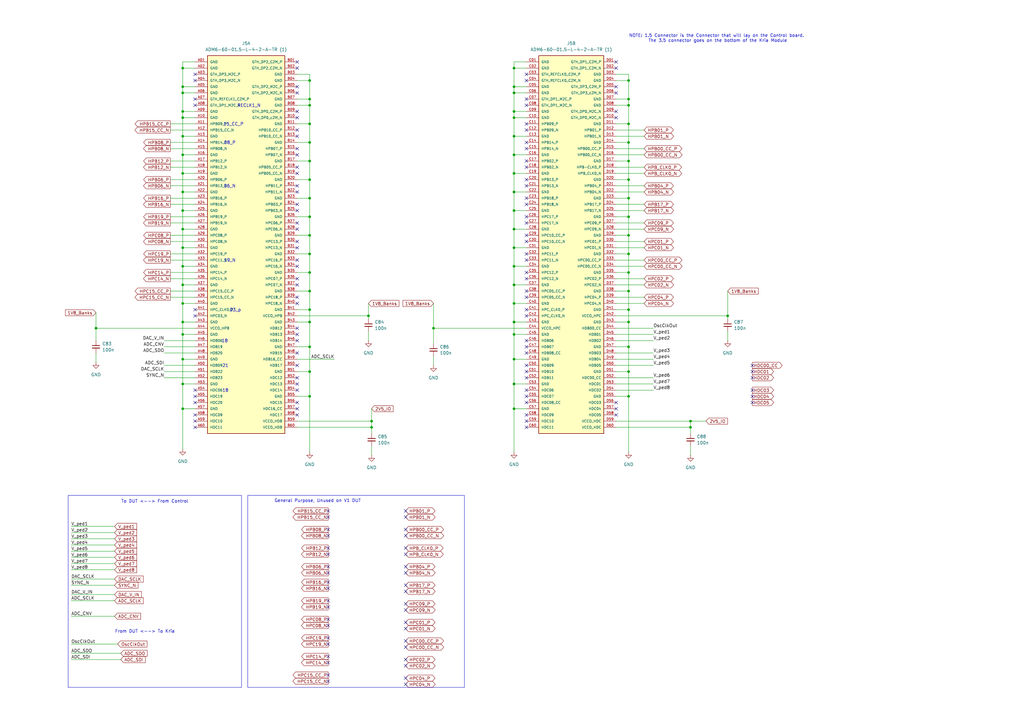
<source format=kicad_sch>
(kicad_sch (version 20231120) (generator "eeschema") (generator_version "8.0")
  (paper "A3")
  (junction (at 210.82 78.74))
  (junction (at 210.82 86.36))
  (junction (at 74.93 109.22))
  (junction (at 74.93 27.94))
  (junction (at 177.8 134.62))
  (junction (at 74.93 93.98))
  (junction (at 257.81 104.14))
  (junction (at 74.93 132.08))
  (junction (at 152.4 175.26))
  (junction (at 210.82 55.88))
  (junction (at 74.93 124.46))
  (junction (at 39.37 134.62))
  (junction (at 210.82 124.46))
  (junction (at 74.93 48.26))
  (junction (at 210.82 167.64))
  (junction (at 257.81 127))
  (junction (at 127 58.42))
  (junction (at 257.81 119.38))
  (junction (at 210.82 137.16))
  (junction (at 127 111.76))
  (junction (at 127 81.28))
  (junction (at 127 127))
  (junction (at 74.93 137.16))
  (junction (at 74.93 167.64))
  (junction (at 210.82 71.12))
  (junction (at 257.81 152.4))
  (junction (at 210.82 109.22))
  (junction (at 210.82 93.98))
  (junction (at 257.81 40.64))
  (junction (at 257.81 58.42))
  (junction (at 210.82 157.48))
  (junction (at 210.82 63.5))
  (junction (at 151.13 129.54))
  (junction (at 257.81 43.18))
  (junction (at 127 152.4))
  (junction (at 74.93 86.36))
  (junction (at 74.93 147.32))
  (junction (at 210.82 35.56))
  (junction (at 257.81 96.52))
  (junction (at 127 43.18))
  (junction (at 127 132.08))
  (junction (at 257.81 81.28))
  (junction (at 257.81 33.02))
  (junction (at 74.93 38.1))
  (junction (at 127 66.04))
  (junction (at 127 162.56))
  (junction (at 127 104.14))
  (junction (at 210.82 147.32))
  (junction (at 127 119.38))
  (junction (at 283.21 175.26))
  (junction (at 74.93 63.5))
  (junction (at 74.93 35.56))
  (junction (at 257.81 50.8))
  (junction (at 74.93 78.74))
  (junction (at 210.82 27.94))
  (junction (at 210.82 116.84))
  (junction (at 127 96.52))
  (junction (at 283.21 172.72))
  (junction (at 152.4 172.72))
  (junction (at 257.81 162.56))
  (junction (at 127 88.9))
  (junction (at 74.93 101.6))
  (junction (at 257.81 66.04))
  (junction (at 127 142.24))
  (junction (at 74.93 157.48))
  (junction (at 257.81 142.24))
  (junction (at 257.81 73.66))
  (junction (at 74.93 71.12))
  (junction (at 210.82 48.26))
  (junction (at 127 33.02))
  (junction (at 74.93 45.72))
  (junction (at 257.81 132.08))
  (junction (at 298.45 129.54))
  (junction (at 127 73.66))
  (junction (at 127 40.64))
  (junction (at 257.81 111.76))
  (junction (at 74.93 55.88))
  (junction (at 210.82 38.1))
  (junction (at 210.82 45.72))
  (junction (at 127 50.8))
  (junction (at 210.82 132.08))
  (junction (at 257.81 88.9))
  (junction (at 210.82 101.6))
  (junction (at 74.93 116.84))
  (no_connect (at 215.9 127))
  (no_connect (at 121.92 137.16))
  (no_connect (at 252.73 170.18))
  (no_connect (at 252.73 45.72))
  (no_connect (at 166.37 273.05))
  (no_connect (at 252.73 167.64))
  (no_connect (at 308.61 162.56))
  (no_connect (at 215.9 60.96))
  (no_connect (at 80.01 33.02))
  (no_connect (at 121.92 27.94))
  (no_connect (at 80.01 172.72))
  (no_connect (at 215.9 152.4))
  (no_connect (at 215.9 106.68))
  (no_connect (at 134.62 254))
  (no_connect (at 166.37 219.71))
  (no_connect (at 121.92 101.6))
  (no_connect (at 215.9 160.02))
  (no_connect (at 215.9 149.86))
  (no_connect (at 134.62 269.24))
  (no_connect (at 80.01 127))
  (no_connect (at 134.62 271.78))
  (no_connect (at 121.92 106.68))
  (no_connect (at 215.9 43.18))
  (no_connect (at 80.01 43.18))
  (no_connect (at 215.9 170.18))
  (no_connect (at 121.92 38.1))
  (no_connect (at 121.92 160.02))
  (no_connect (at 121.92 83.82))
  (no_connect (at 252.73 48.26))
  (no_connect (at 166.37 234.95))
  (no_connect (at 121.92 91.44))
  (no_connect (at 308.61 154.94))
  (no_connect (at 252.73 38.1))
  (no_connect (at 308.61 160.02))
  (no_connect (at 134.62 209.55))
  (no_connect (at 121.92 109.22))
  (no_connect (at 166.37 232.41))
  (no_connect (at 80.01 162.56))
  (no_connect (at 215.9 129.54))
  (no_connect (at 121.92 35.56))
  (no_connect (at 121.92 55.88))
  (no_connect (at 121.92 121.92))
  (no_connect (at 121.92 71.12))
  (no_connect (at 215.9 175.26))
  (no_connect (at 121.92 116.84))
  (no_connect (at 215.9 88.9))
  (no_connect (at 252.73 165.1))
  (no_connect (at 121.92 144.78))
  (no_connect (at 166.37 240.03))
  (no_connect (at 166.37 270.51))
  (no_connect (at 166.37 224.79))
  (no_connect (at 134.62 227.33))
  (no_connect (at 121.92 68.58))
  (no_connect (at 215.9 111.76))
  (no_connect (at 121.92 93.98))
  (no_connect (at 215.9 119.38))
  (no_connect (at 166.37 262.89))
  (no_connect (at 215.9 66.04))
  (no_connect (at 308.61 165.1))
  (no_connect (at 215.9 114.3))
  (no_connect (at 121.92 60.96))
  (no_connect (at 121.92 167.64))
  (no_connect (at 121.92 99.06))
  (no_connect (at 166.37 227.33))
  (no_connect (at 134.62 264.16))
  (no_connect (at 215.9 121.92))
  (no_connect (at 134.62 246.38))
  (no_connect (at 134.62 224.79))
  (no_connect (at 166.37 257.81))
  (no_connect (at 134.62 217.17))
  (no_connect (at 215.9 73.66))
  (no_connect (at 215.9 83.82))
  (no_connect (at 121.92 165.1))
  (no_connect (at 166.37 278.13))
  (no_connect (at 134.62 232.41))
  (no_connect (at 166.37 250.19))
  (no_connect (at 121.92 86.36))
  (no_connect (at 121.92 48.26))
  (no_connect (at 215.9 40.64))
  (no_connect (at 215.9 33.02))
  (no_connect (at 121.92 25.4))
  (no_connect (at 134.62 276.86))
  (no_connect (at 252.73 35.56))
  (no_connect (at 166.37 217.17))
  (no_connect (at 215.9 68.58))
  (no_connect (at 215.9 172.72))
  (no_connect (at 134.62 279.4))
  (no_connect (at 308.61 152.4))
  (no_connect (at 215.9 154.94))
  (no_connect (at 121.92 114.3))
  (no_connect (at 166.37 212.09))
  (no_connect (at 134.62 241.3))
  (no_connect (at 121.92 170.18))
  (no_connect (at 215.9 76.2))
  (no_connect (at 121.92 63.5))
  (no_connect (at 215.9 81.28))
  (no_connect (at 166.37 247.65))
  (no_connect (at 121.92 45.72))
  (no_connect (at 134.62 238.76))
  (no_connect (at 121.92 139.7))
  (no_connect (at 134.62 248.92))
  (no_connect (at 215.9 165.1))
  (no_connect (at 80.01 129.54))
  (no_connect (at 252.73 27.94))
  (no_connect (at 215.9 99.06))
  (no_connect (at 215.9 162.56))
  (no_connect (at 215.9 104.14))
  (no_connect (at 134.62 219.71))
  (no_connect (at 134.62 261.62))
  (no_connect (at 215.9 144.78))
  (no_connect (at 121.92 134.62))
  (no_connect (at 215.9 58.42))
  (no_connect (at 166.37 265.43))
  (no_connect (at 215.9 50.8))
  (no_connect (at 121.92 154.94))
  (no_connect (at 166.37 255.27))
  (no_connect (at 252.73 25.4))
  (no_connect (at 134.62 212.09))
  (no_connect (at 215.9 96.52))
  (no_connect (at 80.01 30.48))
  (no_connect (at 166.37 242.57))
  (no_connect (at 121.92 76.2))
  (no_connect (at 121.92 157.48))
  (no_connect (at 166.37 209.55))
  (no_connect (at 134.62 234.95))
  (no_connect (at 121.92 78.74))
  (no_connect (at 215.9 53.34))
  (no_connect (at 134.62 256.54))
  (no_connect (at 121.92 149.86))
  (no_connect (at 215.9 139.7))
  (no_connect (at 121.92 53.34))
  (no_connect (at 80.01 175.26))
  (no_connect (at 215.9 91.44))
  (no_connect (at 80.01 40.64))
  (no_connect (at 308.61 149.86))
  (no_connect (at 80.01 170.18))
  (no_connect (at 166.37 280.67))
  (no_connect (at 80.01 160.02))
  (no_connect (at 215.9 142.24))
  (no_connect (at 121.92 124.46))
  (no_connect (at 80.01 165.1))
  (no_connect (at 215.9 30.48))
  (wire (pts (xy 29.21 220.98) (xy 46.99 220.98)))
  (wire (pts (xy 74.93 78.74) (xy 74.93 86.36)))
  (wire (pts (xy 127 127) (xy 121.92 127)))
  (wire (pts (xy 252.73 160.02) (xy 267.97 160.02)))
  (wire (pts (xy 210.82 78.74) (xy 210.82 86.36)))
  (wire (pts (xy 39.37 144.78) (xy 39.37 148.59)))
  (wire (pts (xy 210.82 45.72) (xy 210.82 48.26)))
  (wire (pts (xy 210.82 71.12) (xy 215.9 71.12)))
  (wire (pts (xy 127 50.8) (xy 121.92 50.8)))
  (wire (pts (xy 210.82 137.16) (xy 210.82 147.32)))
  (wire (pts (xy 210.82 132.08) (xy 215.9 132.08)))
  (wire (pts (xy 127 132.08) (xy 127 142.24)))
  (wire (pts (xy 121.92 172.72) (xy 152.4 172.72)))
  (wire (pts (xy 127 50.8) (xy 127 58.42)))
  (wire (pts (xy 74.93 157.48) (xy 74.93 167.64)))
  (wire (pts (xy 127 142.24) (xy 127 152.4)))
  (wire (pts (xy 257.81 30.48) (xy 257.81 33.02)))
  (wire (pts (xy 121.92 175.26) (xy 152.4 175.26)))
  (wire (pts (xy 252.73 172.72) (xy 283.21 172.72)))
  (wire (pts (xy 29.21 240.03) (xy 46.99 240.03)))
  (wire (pts (xy 177.8 146.05) (xy 177.8 149.86)))
  (wire (pts (xy 252.73 116.84) (xy 264.16 116.84)))
  (wire (pts (xy 210.82 124.46) (xy 215.9 124.46)))
  (wire (pts (xy 252.73 53.34) (xy 264.16 53.34)))
  (wire (pts (xy 69.85 114.3) (xy 80.01 114.3)))
  (wire (pts (xy 257.81 111.76) (xy 252.73 111.76)))
  (wire (pts (xy 210.82 147.32) (xy 215.9 147.32)))
  (wire (pts (xy 283.21 182.88) (xy 283.21 186.69)))
  (wire (pts (xy 74.93 38.1) (xy 80.01 38.1)))
  (wire (pts (xy 74.93 86.36) (xy 74.93 93.98)))
  (wire (pts (xy 127 104.14) (xy 127 111.76)))
  (wire (pts (xy 210.82 38.1) (xy 210.82 45.72)))
  (wire (pts (xy 252.73 78.74) (xy 264.16 78.74)))
  (wire (pts (xy 74.93 93.98) (xy 74.93 101.6)))
  (wire (pts (xy 127 40.64) (xy 127 43.18)))
  (wire (pts (xy 74.93 35.56) (xy 80.01 35.56)))
  (wire (pts (xy 67.31 144.78) (xy 80.01 144.78)))
  (wire (pts (xy 29.21 252.73) (xy 46.99 252.73)))
  (wire (pts (xy 252.73 76.2) (xy 264.16 76.2)))
  (wire (pts (xy 127 43.18) (xy 127 50.8)))
  (wire (pts (xy 69.85 53.34) (xy 80.01 53.34)))
  (wire (pts (xy 67.31 142.24) (xy 80.01 142.24)))
  (wire (pts (xy 257.81 81.28) (xy 257.81 88.9)))
  (wire (pts (xy 257.81 152.4) (xy 257.81 162.56)))
  (wire (pts (xy 257.81 88.9) (xy 252.73 88.9)))
  (wire (pts (xy 39.37 134.62) (xy 39.37 139.7)))
  (wire (pts (xy 74.93 45.72) (xy 80.01 45.72)))
  (wire (pts (xy 210.82 35.56) (xy 210.82 38.1)))
  (wire (pts (xy 74.93 48.26) (xy 74.93 55.88)))
  (wire (pts (xy 210.82 116.84) (xy 210.82 124.46)))
  (wire (pts (xy 127 152.4) (xy 127 162.56)))
  (wire (pts (xy 74.93 55.88) (xy 74.93 63.5)))
  (wire (pts (xy 257.81 33.02) (xy 252.73 33.02)))
  (wire (pts (xy 127 132.08) (xy 121.92 132.08)))
  (wire (pts (xy 29.21 218.44) (xy 46.99 218.44)))
  (wire (pts (xy 210.82 157.48) (xy 215.9 157.48)))
  (wire (pts (xy 29.21 226.06) (xy 46.99 226.06)))
  (wire (pts (xy 29.21 237.49) (xy 46.99 237.49)))
  (wire (pts (xy 29.21 270.51) (xy 49.53 270.51)))
  (wire (pts (xy 69.85 68.58) (xy 80.01 68.58)))
  (wire (pts (xy 252.73 101.6) (xy 264.16 101.6)))
  (wire (pts (xy 210.82 93.98) (xy 215.9 93.98)))
  (wire (pts (xy 252.73 55.88) (xy 264.16 55.88)))
  (wire (pts (xy 210.82 27.94) (xy 210.82 35.56)))
  (wire (pts (xy 69.85 106.68) (xy 80.01 106.68)))
  (wire (pts (xy 152.4 182.88) (xy 152.4 186.69)))
  (wire (pts (xy 252.73 154.94) (xy 267.97 154.94)))
  (wire (pts (xy 67.31 149.86) (xy 80.01 149.86)))
  (wire (pts (xy 257.81 73.66) (xy 252.73 73.66)))
  (wire (pts (xy 69.85 58.42) (xy 80.01 58.42)))
  (wire (pts (xy 127 81.28) (xy 121.92 81.28)))
  (wire (pts (xy 289.56 172.72) (xy 283.21 172.72)))
  (wire (pts (xy 74.93 116.84) (xy 74.93 124.46)))
  (wire (pts (xy 151.13 135.89) (xy 151.13 139.7)))
  (wire (pts (xy 127 162.56) (xy 127 185.42)))
  (wire (pts (xy 210.82 109.22) (xy 210.82 116.84)))
  (wire (pts (xy 257.81 152.4) (xy 252.73 152.4)))
  (wire (pts (xy 252.73 71.12) (xy 264.16 71.12)))
  (wire (pts (xy 29.21 228.6) (xy 46.99 228.6)))
  (wire (pts (xy 252.73 149.86) (xy 267.97 149.86)))
  (wire (pts (xy 151.13 124.46) (xy 151.13 129.54)))
  (wire (pts (xy 210.82 157.48) (xy 210.82 167.64)))
  (wire (pts (xy 210.82 27.94) (xy 215.9 27.94)))
  (wire (pts (xy 257.81 111.76) (xy 257.81 119.38)))
  (wire (pts (xy 210.82 101.6) (xy 210.82 109.22)))
  (wire (pts (xy 257.81 104.14) (xy 257.81 111.76)))
  (wire (pts (xy 74.93 71.12) (xy 74.93 78.74)))
  (wire (pts (xy 252.73 91.44) (xy 264.16 91.44)))
  (wire (pts (xy 74.93 124.46) (xy 74.93 132.08)))
  (wire (pts (xy 127 88.9) (xy 121.92 88.9)))
  (wire (pts (xy 257.81 66.04) (xy 257.81 73.66)))
  (wire (pts (xy 74.93 78.74) (xy 80.01 78.74)))
  (wire (pts (xy 210.82 35.56) (xy 215.9 35.56)))
  (wire (pts (xy 252.73 86.36) (xy 264.16 86.36)))
  (wire (pts (xy 298.45 129.54) (xy 298.45 130.81)))
  (wire (pts (xy 69.85 96.52) (xy 80.01 96.52)))
  (wire (pts (xy 69.85 83.82) (xy 80.01 83.82)))
  (wire (pts (xy 67.31 152.4) (xy 80.01 152.4)))
  (wire (pts (xy 298.45 135.89) (xy 298.45 139.7)))
  (wire (pts (xy 127 96.52) (xy 121.92 96.52)))
  (wire (pts (xy 69.85 73.66) (xy 80.01 73.66)))
  (wire (pts (xy 177.8 134.62) (xy 215.9 134.62)))
  (wire (pts (xy 257.81 81.28) (xy 252.73 81.28)))
  (wire (pts (xy 252.73 63.5) (xy 264.16 63.5)))
  (wire (pts (xy 74.93 137.16) (xy 80.01 137.16)))
  (wire (pts (xy 121.92 147.32) (xy 137.16 147.32)))
  (wire (pts (xy 210.82 101.6) (xy 215.9 101.6)))
  (wire (pts (xy 127 33.02) (xy 127 40.64)))
  (wire (pts (xy 283.21 175.26) (xy 283.21 172.72)))
  (wire (pts (xy 74.93 55.88) (xy 80.01 55.88)))
  (wire (pts (xy 127 142.24) (xy 121.92 142.24)))
  (wire (pts (xy 127 66.04) (xy 121.92 66.04)))
  (wire (pts (xy 177.8 124.46) (xy 177.8 134.62)))
  (wire (pts (xy 127 58.42) (xy 121.92 58.42)))
  (wire (pts (xy 152.4 175.26) (xy 152.4 177.8)))
  (wire (pts (xy 127 162.56) (xy 121.92 162.56)))
  (wire (pts (xy 257.81 30.48) (xy 252.73 30.48)))
  (wire (pts (xy 74.93 167.64) (xy 74.93 184.15)))
  (wire (pts (xy 121.92 129.54) (xy 151.13 129.54)))
  (wire (pts (xy 210.82 137.16) (xy 215.9 137.16)))
  (wire (pts (xy 74.93 93.98) (xy 80.01 93.98)))
  (wire (pts (xy 177.8 134.62) (xy 177.8 140.97)))
  (wire (pts (xy 210.82 38.1) (xy 215.9 38.1)))
  (wire (pts (xy 29.21 223.52) (xy 46.99 223.52)))
  (wire (pts (xy 257.81 142.24) (xy 257.81 152.4)))
  (wire (pts (xy 257.81 73.66) (xy 257.81 81.28)))
  (wire (pts (xy 127 33.02) (xy 121.92 33.02)))
  (wire (pts (xy 210.82 86.36) (xy 210.82 93.98)))
  (wire (pts (xy 257.81 88.9) (xy 257.81 96.52)))
  (wire (pts (xy 127 88.9) (xy 127 96.52)))
  (wire (pts (xy 127 30.48) (xy 121.92 30.48)))
  (wire (pts (xy 127 40.64) (xy 121.92 40.64)))
  (wire (pts (xy 29.21 264.16) (xy 48.26 264.16)))
  (wire (pts (xy 127 119.38) (xy 127 127)))
  (wire (pts (xy 210.82 86.36) (xy 215.9 86.36)))
  (wire (pts (xy 69.85 104.14) (xy 80.01 104.14)))
  (wire (pts (xy 29.21 215.9) (xy 46.99 215.9)))
  (wire (pts (xy 127 152.4) (xy 121.92 152.4)))
  (wire (pts (xy 257.81 96.52) (xy 252.73 96.52)))
  (wire (pts (xy 69.85 66.04) (xy 80.01 66.04)))
  (wire (pts (xy 69.85 111.76) (xy 80.01 111.76)))
  (wire (pts (xy 127 119.38) (xy 121.92 119.38)))
  (wire (pts (xy 257.81 40.64) (xy 257.81 43.18)))
  (wire (pts (xy 210.82 109.22) (xy 215.9 109.22)))
  (wire (pts (xy 127 111.76) (xy 127 119.38)))
  (wire (pts (xy 252.73 175.26) (xy 283.21 175.26)))
  (wire (pts (xy 69.85 76.2) (xy 80.01 76.2)))
  (wire (pts (xy 252.73 129.54) (xy 298.45 129.54)))
  (wire (pts (xy 74.93 137.16) (xy 74.93 147.32)))
  (wire (pts (xy 252.73 99.06) (xy 264.16 99.06)))
  (wire (pts (xy 210.82 63.5) (xy 215.9 63.5)))
  (wire (pts (xy 210.82 124.46) (xy 210.82 132.08)))
  (wire (pts (xy 127 73.66) (xy 121.92 73.66)))
  (wire (pts (xy 127 66.04) (xy 127 73.66)))
  (wire (pts (xy 74.93 124.46) (xy 80.01 124.46)))
  (wire (pts (xy 127 111.76) (xy 121.92 111.76)))
  (wire (pts (xy 74.93 132.08) (xy 74.93 137.16)))
  (wire (pts (xy 257.81 162.56) (xy 257.81 185.42)))
  (wire (pts (xy 69.85 121.92) (xy 80.01 121.92)))
  (wire (pts (xy 252.73 114.3) (xy 264.16 114.3)))
  (wire (pts (xy 127 127) (xy 127 132.08)))
  (wire (pts (xy 252.73 68.58) (xy 264.16 68.58)))
  (wire (pts (xy 29.21 246.38) (xy 46.99 246.38)))
  (wire (pts (xy 74.93 38.1) (xy 74.93 45.72)))
  (wire (pts (xy 127 104.14) (xy 121.92 104.14)))
  (wire (pts (xy 257.81 58.42) (xy 252.73 58.42)))
  (wire (pts (xy 257.81 132.08) (xy 257.81 142.24)))
  (wire (pts (xy 252.73 147.32) (xy 267.97 147.32)))
  (wire (pts (xy 74.93 45.72) (xy 74.93 48.26)))
  (wire (pts (xy 283.21 175.26) (xy 283.21 177.8)))
  (wire (pts (xy 39.37 128.27) (xy 39.37 134.62)))
  (wire (pts (xy 210.82 48.26) (xy 210.82 55.88)))
  (wire (pts (xy 210.82 25.4) (xy 210.82 27.94)))
  (wire (pts (xy 151.13 129.54) (xy 151.13 130.81)))
  (wire (pts (xy 29.21 267.97) (xy 49.53 267.97)))
  (wire (pts (xy 67.31 154.94) (xy 80.01 154.94)))
  (wire (pts (xy 257.81 132.08) (xy 252.73 132.08)))
  (wire (pts (xy 252.73 60.96) (xy 264.16 60.96)))
  (wire (pts (xy 252.73 109.22) (xy 264.16 109.22)))
  (wire (pts (xy 252.73 144.78) (xy 267.97 144.78)))
  (wire (pts (xy 127 73.66) (xy 127 81.28)))
  (wire (pts (xy 74.93 27.94) (xy 74.93 35.56)))
  (wire (pts (xy 210.82 167.64) (xy 210.82 185.42)))
  (wire (pts (xy 252.73 157.48) (xy 267.97 157.48)))
  (wire (pts (xy 252.73 137.16) (xy 267.97 137.16)))
  (wire (pts (xy 257.81 40.64) (xy 252.73 40.64)))
  (wire (pts (xy 210.82 25.4) (xy 215.9 25.4)))
  (wire (pts (xy 257.81 50.8) (xy 257.81 58.42)))
  (wire (pts (xy 210.82 71.12) (xy 210.82 78.74)))
  (wire (pts (xy 74.93 25.4) (xy 74.93 27.94)))
  (wire (pts (xy 252.73 83.82) (xy 264.16 83.82)))
  (wire (pts (xy 252.73 134.62) (xy 267.97 134.62)))
  (wire (pts (xy 74.93 63.5) (xy 74.93 71.12)))
  (wire (pts (xy 152.4 175.26) (xy 152.4 172.72)))
  (wire (pts (xy 69.85 99.06) (xy 80.01 99.06)))
  (wire (pts (xy 210.82 55.88) (xy 215.9 55.88)))
  (wire (pts (xy 210.82 116.84) (xy 215.9 116.84)))
  (wire (pts (xy 210.82 45.72) (xy 215.9 45.72)))
  (wire (pts (xy 74.93 167.64) (xy 80.01 167.64)))
  (wire (pts (xy 69.85 81.28) (xy 80.01 81.28)))
  (wire (pts (xy 127 81.28) (xy 127 88.9)))
  (wire (pts (xy 252.73 106.68) (xy 264.16 106.68)))
  (wire (pts (xy 67.31 139.7) (xy 80.01 139.7)))
  (wire (pts (xy 69.85 60.96) (xy 80.01 60.96)))
  (wire (pts (xy 252.73 93.98) (xy 264.16 93.98)))
  (wire (pts (xy 252.73 121.92) (xy 264.16 121.92)))
  (wire (pts (xy 210.82 55.88) (xy 210.82 63.5)))
  (wire (pts (xy 257.81 58.42) (xy 257.81 66.04)))
  (wire (pts (xy 298.45 119.38) (xy 298.45 129.54)))
  (wire (pts (xy 257.81 43.18) (xy 252.73 43.18)))
  (wire (pts (xy 210.82 167.64) (xy 215.9 167.64)))
  (wire (pts (xy 257.81 119.38) (xy 252.73 119.38)))
  (wire (pts (xy 74.93 86.36) (xy 80.01 86.36)))
  (wire (pts (xy 74.93 109.22) (xy 74.93 116.84)))
  (wire (pts (xy 69.85 91.44) (xy 80.01 91.44)))
  (wire (pts (xy 74.93 27.94) (xy 80.01 27.94)))
  (wire (pts (xy 257.81 162.56) (xy 252.73 162.56)))
  (wire (pts (xy 257.81 127) (xy 257.81 132.08)))
  (wire (pts (xy 69.85 50.8) (xy 80.01 50.8)))
  (wire (pts (xy 210.82 147.32) (xy 210.82 157.48)))
  (wire (pts (xy 74.93 132.08) (xy 80.01 132.08)))
  (wire (pts (xy 127 58.42) (xy 127 66.04)))
  (wire (pts (xy 74.93 157.48) (xy 80.01 157.48)))
  (wire (pts (xy 74.93 101.6) (xy 80.01 101.6)))
  (wire (pts (xy 252.73 124.46) (xy 264.16 124.46)))
  (wire (pts (xy 152.4 167.64) (xy 152.4 172.72)))
  (wire (pts (xy 257.81 96.52) (xy 257.81 104.14)))
  (wire (pts (xy 257.81 119.38) (xy 257.81 127)))
  (wire (pts (xy 74.93 147.32) (xy 74.93 157.48)))
  (wire (pts (xy 127 96.52) (xy 127 104.14)))
  (wire (pts (xy 74.93 109.22) (xy 80.01 109.22)))
  (wire (pts (xy 257.81 66.04) (xy 252.73 66.04)))
  (wire (pts (xy 29.21 231.14) (xy 46.99 231.14)))
  (wire (pts (xy 257.81 104.14) (xy 252.73 104.14)))
  (wire (pts (xy 257.81 142.24) (xy 252.73 142.24)))
  (wire (pts (xy 257.81 127) (xy 252.73 127)))
  (wire (pts (xy 257.81 50.8) (xy 252.73 50.8)))
  (wire (pts (xy 210.82 132.08) (xy 210.82 137.16)))
  (wire (pts (xy 74.93 101.6) (xy 74.93 109.22)))
  (wire (pts (xy 69.85 88.9) (xy 80.01 88.9)))
  (wire (pts (xy 210.82 78.74) (xy 215.9 78.74)))
  (wire (pts (xy 257.81 43.18) (xy 257.81 50.8)))
  (wire (pts (xy 252.73 139.7) (xy 267.97 139.7)))
  (wire (pts (xy 74.93 25.4) (xy 80.01 25.4)))
  (wire (pts (xy 29.21 243.84) (xy 46.99 243.84)))
  (wire (pts (xy 29.21 233.68) (xy 46.99 233.68)))
  (wire (pts (xy 210.82 93.98) (xy 210.82 101.6)))
  (wire (pts (xy 74.93 48.26) (xy 80.01 48.26)))
  (wire (pts (xy 127 43.18) (xy 121.92 43.18)))
  (wire (pts (xy 74.93 35.56) (xy 74.93 38.1)))
  (wire (pts (xy 210.82 63.5) (xy 210.82 71.12)))
  (wire (pts (xy 74.93 63.5) (xy 80.01 63.5)))
  (wire (pts (xy 210.82 48.26) (xy 215.9 48.26)))
  (wire (pts (xy 257.81 33.02) (xy 257.81 40.64)))
  (wire (pts (xy 127 30.48) (xy 127 33.02)))
  (wire (pts (xy 69.85 119.38) (xy 80.01 119.38)))
  (wire (pts (xy 74.93 116.84) (xy 80.01 116.84)))
  (wire (pts (xy 74.93 71.12) (xy 80.01 71.12)))
  (wire (pts (xy 39.37 134.62) (xy 80.01 134.62)))
  (wire (pts (xy 74.93 147.32) (xy 80.01 147.32)))
  (rectangle (start 27.94 203.2) (end 99.06 281.94))
  (rectangle (start 101.6 203.2) (end 190.5 281.94))
  (text "21" (at 92.456 150.114 0) (effects (font (size 1.27 1.27))))
  (text "From DUT <--> To Kria" (at 59.436 259.08 0) (effects (font (size 1.27 1.27))))
  (text "06_N" (at 94.234 76.454 0) (effects (font (size 1.27 1.27))))
  (text "03_p\n" (at 96.52 127.254 0) (effects (font (size 1.27 1.27))))
  (text "General Purpose, Unused on V1 DUT" (at 130.302 205.486 0) (effects (font (size 1.27 1.27))))
  (text "08_P" (at 94.234 58.674 0) (effects (font (size 1.27 1.27))))
  (text "18" (at 92.202 139.954 0) (effects (font (size 1.27 1.27))))
  (text "NOTE: 1.5 Connector is the Connector that will lay on the Control board. \nThe 3.5 connector goes on the bottom of the Kria Module" (at 294.386 15.748 0) (effects (font (size 1.27 1.27))))
  (text "19_N" (at 94.234 106.934 0) (effects (font (size 1.27 1.27))))
  (text "15_CC_P\n" (at 95.758 51.054 0) (effects (font (size 1.27 1.27))))
  (text "18" (at 92.456 160.274 0) (effects (font (size 1.27 1.27))))
  (text "RECLK1_N" (at 102.108 43.434 0) (effects (font (size 1.27 1.27))))
  (text "To DUT <--> From Control" (at 63.5 205.74 0) (effects (font (size 1.27 1.27))))
  (label "V_ped5" (at 29.21 226.06 0))
  (label "V_ped6" (at 29.21 228.6 0))
  (label "V_ped7" (at 267.97 157.48 0))
  (label "V_ped2" (at 267.97 139.7 0))
  (label "OscClkOut" (at 29.21 264.16 0))
  (label "V_ped4" (at 29.21 223.52 0))
  (label "V_ped2" (at 29.21 218.44 0))
  (label "SYNC_N" (at 29.21 240.03 0))
  (label "DAC_V_IN" (at 29.21 243.84 0))
  (label "V_ped1" (at 267.97 137.16 0))
  (label "ADC_CNV" (at 29.21 252.73 0))
  (label "V_ped8" (at 29.21 233.68 0))
  (label "OscClkOut" (at 267.97 134.62 0))
  (label "ADC_SDI" (at 67.31 149.86 180))
  (label "ADC_SCLK" (at 137.16 147.32 180))
  (label "V_ped5" (at 267.97 149.86 0))
  (label "V_ped1" (at 29.21 215.9 0))
  (label "V_ped8" (at 267.97 160.02 0))
  (label "ADC_CNV" (at 67.31 142.24 180))
  (label "V_ped4" (at 267.97 147.32 0))
  (label "SYNC_N" (at 67.31 154.94 180))
  (label "V_ped3" (at 267.97 144.78 0))
  (label "ADC_SDO" (at 67.31 144.78 180))
  (label "V_ped6" (at 267.97 154.94 0))
  (label "ADC_SDO" (at 29.21 267.97 0))
  (label "V_ped7" (at 29.21 231.14 0))
  (label "DAC_SCLK" (at 29.21 237.49 0))
  (label "ADC_SDI" (at 29.21 270.51 0))
  (label "DAC_SCLK" (at 67.31 152.4 180))
  (label "DAC_V_IN" (at 67.31 139.7 180))
  (label "V_ped3" (at 29.21 220.98 0))
  (label "ADC_SCLK" (at 29.21 246.38 0))
  (global_label "HPC04_P" (shape bidirectional) (at 264.16 121.92 0) (property "Intersheetrefs" "${INTERSHEET_REFS}" (effects (hide yes))))
  (global_label "HPB15_CC_P" (shape output) (at 69.85 50.8 180) (property "Intersheetrefs" "${INTERSHEET_REFS}" (effects (hide yes))))
  (global_label "HPC19_N" (shape output) (at 69.85 106.68 180) (property "Intersheetrefs" "${INTERSHEET_REFS}" (effects (hide yes))))
  (global_label "HPB15_CC_N" (shape output) (at 69.85 53.34 180) (property "Intersheetrefs" "${INTERSHEET_REFS}" (effects (hide yes))))
  (global_label "HPC02_N" (shape bidirectional) (at 166.37 273.05 0) (property "Intersheetrefs" "${INTERSHEET_REFS}" (effects (hide yes))))
  (global_label "HPB01_P" (shape bidirectional) (at 166.37 209.55 0) (property "Intersheetrefs" "${INTERSHEET_REFS}" (effects (hide yes))))
  (global_label "HPB_CLK0_P" (shape bidirectional) (at 166.37 224.79 0) (property "Intersheetrefs" "${INTERSHEET_REFS}" (effects (hide yes))))
  (global_label "HPC00_CC_P" (shape bidirectional) (at 166.37 262.89 0) (property "Intersheetrefs" "${INTERSHEET_REFS}" (effects (hide yes))))
  (global_label "HPC02_P" (shape bidirectional) (at 264.16 114.3 0) (property "Intersheetrefs" "${INTERSHEET_REFS}" (effects (hide yes))))
  (global_label "V_ped4" (shape input) (at 46.99 223.52 0) (property "Intersheetrefs" "${INTERSHEET_REFS}" (effects (hide yes))))
  (global_label "HPB_CLK0_P" (shape bidirectional) (at 264.16 68.58 0) (property "Intersheetrefs" "${INTERSHEET_REFS}" (effects (hide yes))))
  (global_label "SYNC_N" (shape input) (at 46.99 240.03 0) (property "Intersheetrefs" "${INTERSHEET_REFS}" (effects (hide yes))))
  (global_label "HPC09_N" (shape bidirectional) (at 166.37 250.19 0) (property "Intersheetrefs" "${INTERSHEET_REFS}" (effects (hide yes))))
  (global_label "1V8_Banks" (shape input) (at 298.45 119.38 0) (property "Intersheetrefs" "${INTERSHEET_REFS}" (effects (hide yes))))
  (global_label "1V8_Banks" (shape input) (at 39.37 128.27 180) (property "Intersheetrefs" "${INTERSHEET_REFS}" (effects (hide yes))))
  (global_label "HPC04_N" (shape bidirectional) (at 264.16 124.46 0) (property "Intersheetrefs" "${INTERSHEET_REFS}" (effects (hide yes))))
  (global_label "V_ped2" (shape input) (at 46.99 218.44 0) (property "Intersheetrefs" "${INTERSHEET_REFS}" (effects (hide yes))))
  (global_label "V_ped7" (shape input) (at 46.99 231.14 0) (property "Intersheetrefs" "${INTERSHEET_REFS}" (effects (hide yes))))
  (global_label "ADC_SCLK" (shape input) (at 46.99 246.38 0) (property "Intersheetrefs" "${INTERSHEET_REFS}" (effects (hide yes))))
  (global_label "HPB17_N" (shape bidirectional) (at 166.37 242.57 0) (property "Intersheetrefs" "${INTERSHEET_REFS}" (effects (hide yes))))
  (global_label "HPB08_P" (shape output) (at 134.62 217.17 180) (property "Intersheetrefs" "${INTERSHEET_REFS}" (effects (hide yes))))
  (global_label "ADC_CNV" (shape input) (at 46.99 252.73 0) (property "Intersheetrefs" "${INTERSHEET_REFS}" (effects (hide yes))))
  (global_label "HPB19_N" (shape output) (at 134.62 248.92 180) (property "Intersheetrefs" "${INTERSHEET_REFS}" (effects (hide yes))))
  (global_label "ADC_SDO" (shape input) (at 49.53 267.97 0) (property "Intersheetrefs" "${INTERSHEET_REFS}" (effects (hide yes))))
  (global_label "HPB_CLK0_N" (shape bidirectional) (at 264.16 71.12 0) (property "Intersheetrefs" "${INTERSHEET_REFS}" (effects (hide yes))))
  (global_label "HPB01_N" (shape bidirectional) (at 264.16 55.88 0) (property "Intersheetrefs" "${INTERSHEET_REFS}" (effects (hide yes))))
  (global_label "HPC00_CC_N" (shape bidirectional) (at 166.37 265.43 0) (property "Intersheetrefs" "${INTERSHEET_REFS}" (effects (hide yes))))
  (global_label "HPB19_P" (shape output) (at 69.85 88.9 180) (property "Intersheetrefs" "${INTERSHEET_REFS}" (effects (hide yes))))
  (global_label "2V5_IO" (shape input) (at 289.56 172.72 0) (property "Intersheetrefs" "${INTERSHEET_REFS}" (effects (hide yes))))
  (global_label "HPB16_P" (shape output) (at 134.62 238.76 180) (property "Intersheetrefs" "${INTERSHEET_REFS}" (effects (hide yes))))
  (global_label "HPC02_P" (shape bidirectional) (at 166.37 270.51 0) (property "Intersheetrefs" "${INTERSHEET_REFS}" (effects (hide yes))))
  (global_label "DAC_V_IN" (shape input) (at 46.99 243.84 0) (property "Intersheetrefs" "${INTERSHEET_REFS}" (effects (hide yes))))
  (global_label "HPB01_N" (shape bidirectional) (at 166.37 212.09 0) (property "Intersheetrefs" "${INTERSHEET_REFS}" (effects (hide yes))))
  (global_label "1V8_Banks" (shape input) (at 177.8 124.46 180) (property "Intersheetrefs" "${INTERSHEET_REFS}" (effects (hide yes))))
  (global_label "HPC01_N" (shape bidirectional) (at 264.16 101.6 0) (property "Intersheetrefs" "${INTERSHEET_REFS}" (effects (hide yes))))
  (global_label "HPB19_N" (shape output) (at 69.85 91.44 180) (property "Intersheetrefs" "${INTERSHEET_REFS}" (effects (hide yes))))
  (global_label "HDC02" (shape output) (at 308.61 154.94 0) (property "Intersheetrefs" "${INTERSHEET_REFS}" (effects (hide yes))))
  (global_label "HPB17_P" (shape bidirectional) (at 264.16 83.82 0) (property "Intersheetrefs" "${INTERSHEET_REFS}" (effects (hide yes))))
  (global_label "2V5_IO" (shape input) (at 152.4 167.64 0) (property "Intersheetrefs" "${INTERSHEET_REFS}" (effects (hide yes))))
  (global_label "V_ped8" (shape input) (at 46.99 233.68 0) (property "Intersheetrefs" "${INTERSHEET_REFS}" (effects (hide yes))))
  (global_label "V_ped5" (shape input) (at 46.99 226.06 0) (property "Intersheetrefs" "${INTERSHEET_REFS}" (effects (hide yes))))
  (global_label "HPB00_CC_P" (shape bidirectional) (at 264.16 60.96 0) (property "Intersheetrefs" "${INTERSHEET_REFS}" (effects (hide yes))))
  (global_label "HPB15_CC_P" (shape output) (at 134.62 209.55 180) (property "Intersheetrefs" "${INTERSHEET_REFS}" (effects (hide yes))))
  (global_label "HPB06_P" (shape output) (at 69.85 73.66 180) (property "Intersheetrefs" "${INTERSHEET_REFS}" (effects (hide yes))))
  (global_label "HPC19_P" (shape output) (at 134.62 261.62 180) (property "Intersheetrefs" "${INTERSHEET_REFS}" (effects (hide yes))))
  (global_label "HPB12_P" (shape output) (at 134.62 224.79 180) (property "Intersheetrefs" "${INTERSHEET_REFS}" (effects (hide yes))))
  (global_label "HPB04_P" (shape bidirectional) (at 166.37 232.41 0) (property "Intersheetrefs" "${INTERSHEET_REFS}" (effects (hide yes))))
  (global_label "HPB16_P" (shape output) (at 69.85 81.28 180) (property "Intersheetrefs" "${INTERSHEET_REFS}" (effects (hide yes))))
  (global_label "ADC_SDI" (shape input) (at 49.53 270.51 0) (property "Intersheetrefs" "${INTERSHEET_REFS}" (effects (hide yes))))
  (global_label "HPB04_N" (shape bidirectional) (at 166.37 234.95 0) (property "Intersheetrefs" "${INTERSHEET_REFS}" (effects (hide yes))))
  (global_label "HPC15_CC_P" (shape output) (at 134.62 276.86 180) (property "Intersheetrefs" "${INTERSHEET_REFS}" (effects (hide yes))))
  (global_label "HPB16_N" (shape output) (at 134.62 241.3 180) (property "Intersheetrefs" "${INTERSHEET_REFS}" (effects (hide yes))))
  (global_label "HPB01_P" (shape bidirectional) (at 264.16 53.34 0) (property "Intersheetrefs" "${INTERSHEET_REFS}" (effects (hide yes))))
  (global_label "HPB15_CC_N" (shape output) (at 134.62 212.09 180) (property "Intersheetrefs" "${INTERSHEET_REFS}" (effects (hide yes))))
  (global_label "HPB06_P" (shape output) (at 134.62 232.41 180) (property "Intersheetrefs" "${INTERSHEET_REFS}" (effects (hide yes))))
  (global_label "HPC15_CC_N" (shape output) (at 69.85 121.92 180) (property "Intersheetrefs" "${INTERSHEET_REFS}" (effects (hide yes))))
  (global_label "HPC09_P" (shape bidirectional) (at 264.16 91.44 0) (property "Intersheetrefs" "${INTERSHEET_REFS}" (effects (hide yes))))
  (global_label "HPB12_N" (shape output) (at 134.62 227.33 180) (property "Intersheetrefs" "${INTERSHEET_REFS}" (effects (hide yes))))
  (global_label "HPC00_CC_P" (shape bidirectional) (at 264.16 106.68 0) (property "Intersheetrefs" "${INTERSHEET_REFS}" (effects (hide yes))))
  (global_label "HPB_CLK0_N" (shape bidirectional) (at 166.37 227.33 0) (property "Intersheetrefs" "${INTERSHEET_REFS}" (effects (hide yes))))
  (global_label "HPC15_CC_N" (shape output) (at 134.62 279.4 180) (property "Intersheetrefs" "${INTERSHEET_REFS}" (effects (hide yes))))
  (global_label "HPB06_N" (shape output) (at 69.85 76.2 180) (property "Intersheetrefs" "${INTERSHEET_REFS}" (effects (hide yes))))
  (global_label "HPC08_P" (shape output) (at 69.85 96.52 180) (property "Intersheetrefs" "${INTERSHEET_REFS}" (effects (hide yes))))
  (global_label "HPC01_P" (shape bidirectional) (at 264.16 99.06 0) (property "Intersheetrefs" "${INTERSHEET_REFS}" (effects (hide yes))))
  (global_label "HDC04" (shape output) (at 308.61 162.56 0) (property "Intersheetrefs" "${INTERSHEET_REFS}" (effects (hide yes))))
  (global_label "HPC15_CC_P" (shape output) (at 69.85 119.38 180) (property "Intersheetrefs" "${INTERSHEET_REFS}" (effects (hide yes))))
  (global_label "HPB08_N" (shape output) (at 134.62 219.71 180) (property "Intersheetrefs" "${INTERSHEET_REFS}" (effects (hide yes))))
  (global_label "HPB06_N" (shape output) (at 134.62 234.95 180) (property "Intersheetrefs" "${INTERSHEET_REFS}" (effects (hide yes))))
  (global_label "V_ped3" (shape input) (at 46.99 220.98 0) (property "Intersheetrefs" "${INTERSHEET_REFS}" (effects (hide yes))))
  (global_label "HPC14_P" (shape output) (at 69.85 111.76 180) (property "Intersheetrefs" "${INTERSHEET_REFS}" (effects (hide yes))))
  (global_label "HDC05" (shape output) (at 308.61 165.1 0) (property "Intersheetrefs" "${INTERSHEET_REFS}" (effects (hide yes))))
  (global_label "HPB12_N" (shape output) (at 69.85 68.58 180) (property "Intersheetrefs" "${INTERSHEET_REFS}" (effects (hide yes))))
  (global_label "HPB04_N" (shape bidirectional) (at 264.16 78.74 0) (property "Intersheetrefs" "${INTERSHEET_REFS}" (effects (hide yes))))
  (global_label "V_ped1" (shape input) (at 46.99 215.9 0) (property "Intersheetrefs" "${INTERSHEET_REFS}" (effects (hide yes))))
  (global_label "HPB12_P" (shape output) (at 69.85 66.04 180) (property "Intersheetrefs" "${INTERSHEET_REFS}" (effects (hide yes))))
  (global_label "HPC09_N" (shape bidirectional) (at 264.16 93.98 0) (property "Intersheetrefs" "${INTERSHEET_REFS}" (effects (hide yes))))
  (global_label "HPC14_N" (shape output) (at 134.62 271.78 180) (property "Intersheetrefs" "${INTERSHEET_REFS}" (effects (hide yes))))
  (global_label "HPB00_CC_N" (shape bidirectional) (at 166.37 219.71 0) (property "Intersheetrefs" "${INTERSHEET_REFS}" (effects (hide yes))))
  (global_label "HDC01" (shape output) (at 308.61 152.4 0) (property "Intersheetrefs" "${INTERSHEET_REFS}" (effects (hide yes))))
  (global_label "HDC03" (shape output) (at 308.61 160.02 0) (property "Intersheetrefs" "${INTERSHEET_REFS}" (effects (hide yes))))
  (global_label "HPB00_CC_N" (shape bidirectional) (at 264.16 63.5 0) (property "Intersheetrefs" "${INTERSHEET_REFS}" (effects (hide yes))))
  (global_label "HPB08_P" (shape output) (at 69.85 58.42 180) (property "Intersheetrefs" "${INTERSHEET_REFS}" (effects (hide yes))))
  (global_label "HPB16_N" (shape output) (at 69.85 83.82 180) (property "Intersheetrefs" "${INTERSHEET_REFS}" (effects (hide yes))))
  (global_label "HPC14_N" (shape output) (at 69.85 114.3 180) (property "Intersheetrefs" "${INTERSHEET_REFS}" (effects (hide yes))))
  (global_label "HPB17_N" (shape bidirectional) (at 264.16 86.36 0) (property "Intersheetrefs" "${INTERSHEET_REFS}" (effects (hide yes))))
  (global_label "HPC04_N" (shape bidirectional) (at 166.37 280.67 0) (property "Intersheetrefs" "${INTERSHEET_REFS}" (effects (hide yes))))
  (global_label "DAC_SCLK" (shape input) (at 46.99 237.49 0) (property "Intersheetrefs" "${INTERSHEET_REFS}" (effects (hide yes))))
  (global_label "HPC08_P" (shape output) (at 134.62 254 180) (property "Intersheetrefs" "${INTERSHEET_REFS}" (effects (hide yes))))
  (global_label "HPC04_P" (shape bidirectional) (at 166.37 278.13 0) (property "Intersheetrefs" "${INTERSHEET_REFS}" (effects (hide yes))))
  (global_label "HPB17_P" (shape bidirectional) (at 166.37 240.03 0) (property "Intersheetrefs" "${INTERSHEET_REFS}" (effects (hide yes))))
  (global_label "HPB19_P" (shape output) (at 134.62 246.38 180) (property "Intersheetrefs" "${INTERSHEET_REFS}" (effects (hide yes))))
  (global_label "HPC00_CC_N" (shape bidirectional) (at 264.16 109.22 0) (property "Intersheetrefs" "${INTERSHEET_REFS}" (effects (hide yes))))
  (global_label "OscClkOut" (shape input) (at 48.26 264.16 0) (property "Intersheetrefs" "${INTERSHEET_REFS}" (effects (hide yes))))
  (global_label "HPC08_N" (shape output) (at 69.85 99.06 180) (property "Intersheetrefs" "${INTERSHEET_REFS}" (effects (hide yes))))
  (global_label "HPC19_P" (shape output) (at 69.85 104.14 180) (property "Intersheetrefs" "${INTERSHEET_REFS}" (effects (hide yes))))
  (global_label "HPC01_N" (shape bidirectional) (at 166.37 257.81 0) (property "Intersheetrefs" "${INTERSHEET_REFS}" (effects (hide yes))))
  (global_label "HPC08_N" (shape output) (at 134.62 256.54 180) (property "Intersheetrefs" "${INTERSHEET_REFS}" (effects (hide yes))))
  (global_label "HPC02_N" (shape bidirectional) (at 264.16 116.84 0) (property "Intersheetrefs" "${INTERSHEET_REFS}" (effects (hide yes))))
  (global_label "HDC00_CC" (shape output) (at 308.61 149.86 0) (property "Intersheetrefs" "${INTERSHEET_REFS}" (effects (hide yes))))
  (global_label "HPC19_N" (shape output) (at 134.62 264.16 180) (property "Intersheetrefs" "${INTERSHEET_REFS}" (effects (hide yes))))
  (global_label "HPC01_P" (shape bidirectional) (at 166.37 255.27 0) (property "Intersheetrefs" "${INTERSHEET_REFS}" (effects (hide yes))))
  (global_label "1V8_Banks" (shape input) (at 151.13 124.46 0) (property "Intersheetrefs" "${INTERSHEET_REFS}" (effects (hide yes))))
  (global_label "HPB04_P" (shape bidirectional) (at 264.16 76.2 0) (property "Intersheetrefs" "${INTERSHEET_REFS}" (effects (hide yes))))
  (global_label "HPB00_CC_P" (shape bidirectional) (at 166.37 217.17 0) (property "Intersheetrefs" "${INTERSHEET_REFS}" (effects (hide yes))))
  (global_label "HPC14_P" (shape output) (at 134.62 269.24 180) (property "Intersheetrefs" "${INTERSHEET_REFS}" (effects (hide yes))))
  (global_label "HPC09_P" (shape bidirectional) (at 166.37 247.65 0) (property "Intersheetrefs" "${INTERSHEET_REFS}" (effects (hide yes))))
  (global_label "V_ped6" (shape input) (at 46.99 228.6 0) (property "Intersheetrefs" "${INTERSHEET_REFS}" (effects (hide yes))))
  (global_label "HPB08_N" (shape output) (at 69.85 60.96 180) (property "Intersheetrefs" "${INTERSHEET_REFS}" (effects (hide yes))))
  (symbol (lib_id "power:GND") (at 74.93 184.15 0) (unit 1)
    (property "Reference" "#PWR075" (effects (hide yes)))
    (property "Value" "GND" (at 74.93 189.23 0))
    (property "Description" "Power symbol creates a global label with name \"GND\" , ground" (effects (hide yes)))
  )
  (symbol (lib_id "Device:C_Small") (at 39.37 142.24 0) (unit 1)
    (property "Reference" "C83" (at 41.91 140.9762 0) (effects (justify left)))
    (property "Value" "100n" (at 41.91 143.5162 0) (effects (justify left)))
    (property "Footprint" "Capacitor_SMD:C_0603_1608Metric" (effects (hide yes)))
    (property "Description" "Unpolarized capacitor, small symbol" (effects (hide yes)))
  )
  (symbol (lib_id "Device:C_Small") (at 177.8 143.51 0) (unit 1)
    (property "Reference" "C86" (at 180.34 142.2462 0) (effects (justify left)))
    (property "Value" "100n" (at 180.34 144.7862 0) (effects (justify left)))
    (property "Footprint" "Capacitor_SMD:C_0603_1608Metric" (effects (hide yes)))
    (property "Description" "Unpolarized capacitor, small symbol" (effects (hide yes)))
  )
  (symbol (lib_id "power:GND") (at 39.37 148.59 0) (unit 1)
    (property "Reference" "#PWR097" (effects (hide yes)))
    (property "Value" "GND" (at 39.37 153.67 0))
    (property "Description" "Power symbol creates a global label with name \"GND\" , ground" (effects (hide yes)))
  )
  (symbol (lib_id "Device:C_Small") (at 151.13 133.35 0) (unit 1)
    (property "Reference" "C84" (at 153.67 132.0862 0) (effects (justify left)))
    (property "Value" "100n" (at 153.67 134.6262 0) (effects (justify left)))
    (property "Footprint" "Capacitor_SMD:C_0603_1608Metric" (effects (hide yes)))
    (property "Description" "Unpolarized capacitor, small symbol" (effects (hide yes)))
  )
  (symbol (lib_id "power:GND") (at 127 185.42 0) (unit 1)
    (property "Reference" "#PWR079" (effects (hide yes)))
    (property "Value" "GND" (at 127 190.5 0))
    (property "Description" "Power symbol creates a global label with name \"GND\" , ground" (effects (hide yes)))
  )
  (symbol (lib_id "power:GND") (at 177.8 149.86 0) (unit 1)
    (property "Reference" "#PWR0107" (effects (hide yes)))
    (property "Value" "GND" (at 177.8 154.94 0))
    (property "Description" "Power symbol creates a global label with name \"GND\" , ground" (effects (hide yes)))
  )
  (symbol (lib_id "Device:C_Small") (at 298.45 133.35 0) (unit 1)
    (property "Reference" "C87" (at 300.99 132.0862 0) (effects (justify left)))
    (property "Value" "100n" (at 300.99 134.6262 0) (effects (justify left)))
    (property "Footprint" "Capacitor_SMD:C_0603_1608Metric" (effects (hide yes)))
    (property "Description" "Unpolarized capacitor, small symbol" (effects (hide yes)))
  )
  (symbol (lib_id "power:GND") (at 210.82 185.42 0) (unit 1)
    (property "Reference" "#PWR093" (effects (hide yes)))
    (property "Value" "GND" (at 210.82 190.5 0))
    (property "Description" "Power symbol creates a global label with name \"GND\" , ground" (effects (hide yes)))
  )
  (symbol (lib_id "power:GND") (at 151.13 139.7 0) (unit 1)
    (property "Reference" "#PWR098" (effects (hide yes)))
    (property "Value" "GND" (at 151.13 144.78 0))
    (property "Description" "Power symbol creates a global label with name \"GND\" , ground" (effects (hide yes)))
  )
  (symbol (lib_id "power:GND") (at 298.45 139.7 0) (unit 1)
    (property "Reference" "#PWR0108" (effects (hide yes)))
    (property "Value" "GND" (at 298.45 144.78 0))
    (property "Description" "Power symbol creates a global label with name \"GND\" , ground" (effects (hide yes)))
  )
  (symbol (lib_id "power:GND") (at 257.81 185.42 0) (unit 1)
    (property "Reference" "#PWR095" (effects (hide yes)))
    (property "Value" "GND" (at 257.81 190.5 0))
    (property "Description" "Power symbol creates a global label with name \"GND\" , ground" (effects (hide yes)))
  )
  (symbol (lib_id "power:GND") (at 152.4 186.69 0) (unit 1)
    (property "Reference" "#PWR0106" (effects (hide yes)))
    (property "Value" "GND" (at 152.4 191.77 0))
    (property "Description" "Power symbol creates a global label with name \"GND\" , ground" (effects (hide yes)))
  )
  (symbol (lib_id "PSEC5_ctrlbd:ADM6-60-01.5-L-4-2-A-TR_1") (at 95.25 99.06 0) (unit 1)
    (property "Reference" "J5" (at 100.965 17.78 0))
    (property "Value" "ADM6-60-01.5-L-4-2-A-TR (1)" (at 100.965 20.32 0))
    (property "Footprint" "ADM6_60_01_5_L_4_2_A_TR (1):SAMTEC_ADM6-60-01.5-L-4-2-A-TR" (effects (hide yes)))
    (property "PARTREV" "7" (effects (hide yes)))
    (property "MANUFACTURER" "Samtec" (effects (hide yes)))
    (property "MAXIMUM_PACKAGE_HEIGHT" "4.1mm" (effects (hide yes)))
    (property "STANDARD" "Manufacturer Recommendations" (effects (hide yes)))
  )
  (symbol (lib_id "Device:C_Small") (at 152.4 180.34 0) (unit 1)
    (property "Reference" "C85" (at 154.94 179.0762 0) (effects (justify left)))
    (property "Value" "100n" (at 154.94 181.6162 0) (effects (justify left)))
    (property "Footprint" "Capacitor_SMD:C_0603_1608Metric" (effects (hide yes)))
    (property "Description" "Unpolarized capacitor, small symbol" (effects (hide yes)))
  )
  (symbol (lib_id "PSEC5_ctrlbd:ADM6-60-01.5-L-4-2-A-TR_1") (at 231.14 99.06 0) (unit 2)
    (property "Reference" "J5" (at 234.315 17.78 0))
    (property "Value" "ADM6-60-01.5-L-4-2-A-TR (1)" (at 234.315 20.32 0))
    (property "Footprint" "ADM6_60_01_5_L_4_2_A_TR (1):SAMTEC_ADM6-60-01.5-L-4-2-A-TR" (effects (hide yes)))
    (property "PARTREV" "7" (effects (hide yes)))
    (property "MANUFACTURER" "Samtec" (effects (hide yes)))
    (property "MAXIMUM_PACKAGE_HEIGHT" "4.1mm" (effects (hide yes)))
    (property "STANDARD" "Manufacturer Recommendations" (effects (hide yes)))
  )
  (symbol (lib_id "Device:C_Small") (at 283.21 180.34 0) (unit 1)
    (property "Reference" "C88" (at 285.75 179.0762 0) (effects (justify left)))
    (property "Value" "100n" (at 285.75 181.6162 0) (effects (justify left)))
    (property "Footprint" "Capacitor_SMD:C_0603_1608Metric" (effects (hide yes)))
    (property "Description" "Unpolarized capacitor, small symbol" (effects (hide yes)))
  )
  (symbol (lib_id "power:GND") (at 283.21 186.69 0) (unit 1)
    (property "Reference" "#PWR0109" (effects (hide yes)))
    (property "Value" "GND" (at 283.21 191.77 0))
    (property "Description" "Power symbol creates a global label with name \"GND\" , ground" (effects (hide yes)))
  )
)
</source>
